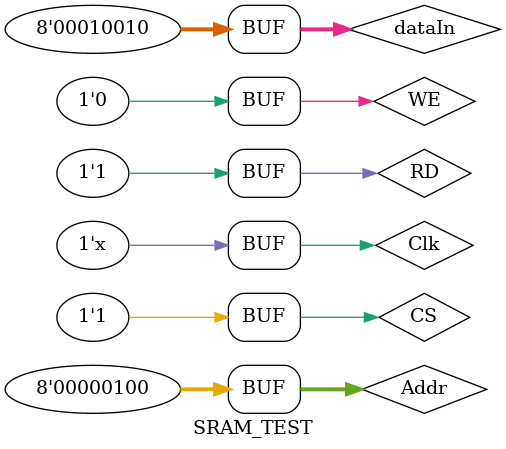
<source format=v>
`timescale 1ns / 1ps

module SRAM_TEST;


 // Inputs

 reg [7:0] dataIn;

 reg [7:0] Addr;

 reg CS;

 reg WE;

 reg RD;

 reg Clk;


 // Outputs

 wire [7:0] dataOut;


 // Instantiate the Unit Under Test (UUT)

 syncRAM uut (

  .dataIn(dataIn), 

  .dataOut(dataOut), 

  .Addr(Addr), 

  .CS(CS), 

  .WE(WE), 

  .RD(RD), 

  .Clk(Clk)

  );


 initial begin

  // Initialize Inputs

  dataIn  = 8'h0;

  Addr  = 8'h0;

  CS  = 1'b0;

  WE  = 1'b0;

  RD  = 1'b0;

  Clk  = 1'b0;


  // Wait 100 ns for global reset to finish

  #100;

       

  // Add stimulus here

  dataIn  = 8'h0;

  Addr  = 8'h0;

  CS  = 1'b1;

  WE  = 1'b1;

  RD  = 1'b0;

  #20;

  dataIn  = 8'h0;

  Addr  = 8'h0;

  #20;

  dataIn  = 8'h1;

  Addr  = 8'h1;

  #20;

  dataIn  = 8'h10;

  Addr  = 8'h2;

  #20;

  dataIn  = 8'h6;

  Addr  = 8'h3;

  #20;

  dataIn  = 8'h12;

  Addr  = 8'h4;

  #40;

  Addr  = 8'h0;

  WE  = 1'b0;

  RD  = 1'b1;

  #20;

  Addr   = 8'h1;

  #20;

  Addr   = 8'h2;

  #20;

  Addr   = 8'h3;

  #20;

  Addr   = 8'h4;

 end

   

 always #10 Clk = ~Clk;

 

endmodule

</source>
